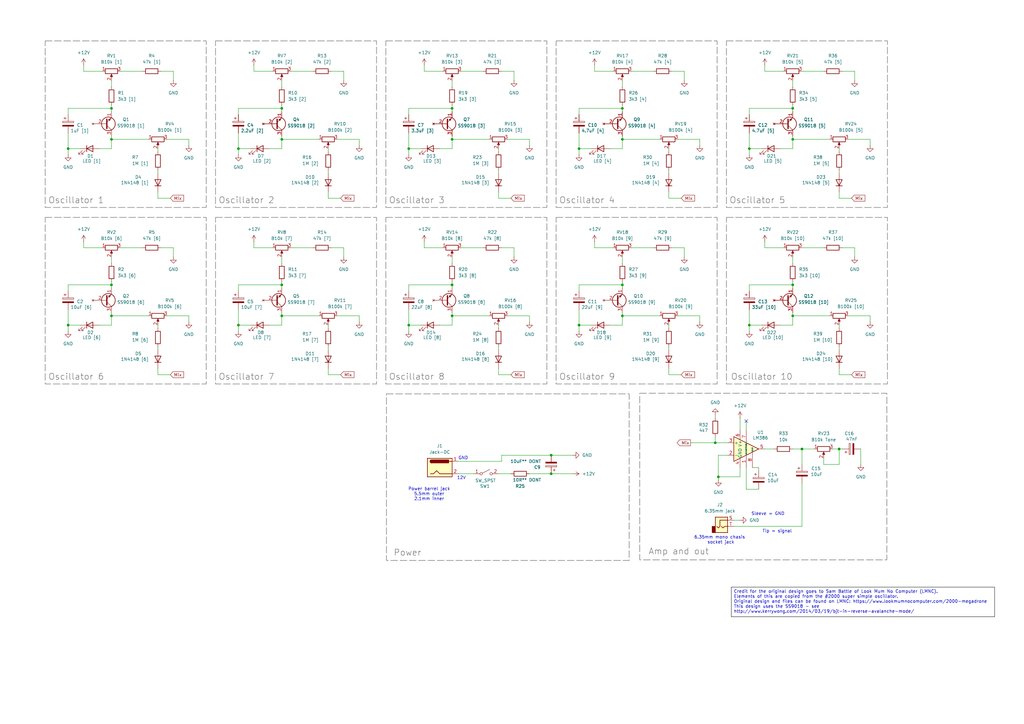
<source format=kicad_sch>
(kicad_sch (version 20231120) (generator "eeschema") (generator_version "8.0")
  (paper "A3")
  (title_block (title "'RAT' (reverse avalanche transistor)") (date "2025-01-16") (rev "1") (company "Dr Cairan Van Rooyen"))
  (junction (at 185.42 116.84))
  (junction (at 115.57 116.84))
  (junction (at 255.27 129.54))
  (junction (at 97.79 60.96))
  (junction (at 115.57 129.54))
  (junction (at 325.12 57.15))
  (junction (at 237.49 60.96))
  (junction (at 255.27 44.45))
  (junction (at 27.94 133.35))
  (junction (at 325.12 116.84))
  (junction (at 115.57 44.45))
  (junction (at 45.72 44.45))
  (junction (at 45.72 129.54))
  (junction (at 27.94 60.96))
  (junction (at 115.57 57.15))
  (junction (at 328.93 184.15))
  (junction (at 185.42 44.45))
  (junction (at 45.72 116.84))
  (junction (at 294.64 195.58))
  (junction (at 185.42 129.54))
  (junction (at 237.49 133.35))
  (junction (at 45.72 57.15))
  (junction (at 307.34 60.96))
  (junction (at 226.06 194.31))
  (junction (at 167.64 60.96))
  (junction (at 255.27 57.15))
  (junction (at 307.34 133.35))
  (junction (at 185.42 57.15))
  (junction (at 325.12 44.45))
  (junction (at 97.79 133.35))
  (junction (at 255.27 116.84))
  (junction (at 344.17 184.15))
  (junction (at 325.12 129.54))
  (junction (at 226.06 186.69))
  (junction (at 293.37 181.61))
  (junction (at 167.64 133.35))
  (no_connect (at 306.07 172.72))
  (wire (pts (xy 255.27 129.54) (xy 270.51 129.54)))
  (wire (pts (xy 328.93 29.21) (xy 337.82 29.21)))
  (wire (pts (xy 294.64 195.58) (xy 294.64 196.85)))
  (wire (pts (xy 274.32 69.85) (xy 274.32 71.12)))
  (wire (pts (xy 45.72 105.41) (xy 45.72 107.95)))
  (wire (pts (xy 274.32 142.24) (xy 274.32 143.51)))
  (wire (pts (xy 350.52 29.21) (xy 350.52 33.02)))
  (wire (pts (xy 185.42 57.15) (xy 200.66 57.15)))
  (wire (pts (xy 312.42 133.35) (xy 307.34 133.35)))
  (wire (pts (xy 325.12 129.54) (xy 340.36 129.54)))
  (wire (pts (xy 347.98 129.54) (xy 356.87 129.54)))
  (wire (pts (xy 255.27 57.15) (xy 255.27 60.96)))
  (wire (pts (xy 77.47 57.15) (xy 77.47 59.69)))
  (wire (pts (xy 45.72 116.84) (xy 45.72 118.11)))
  (wire (pts (xy 27.94 60.96) (xy 27.94 63.5)))
  (wire (pts (xy 208.28 129.54) (xy 217.17 129.54)))
  (wire (pts (xy 119.38 101.6) (xy 128.27 101.6)))
  (wire (pts (xy 237.49 60.96) (xy 237.49 63.5)))
  (wire (pts (xy 274.32 81.28) (xy 279.4 81.28)))
  (wire (pts (xy 204.47 81.28) (xy 209.55 81.28)))
  (wire (pts (xy 189.23 101.6) (xy 198.12 101.6)))
  (wire (pts (xy 138.43 57.15) (xy 147.32 57.15)))
  (wire (pts (xy 242.57 133.35) (xy 237.49 133.35)))
  (wire (pts (xy 97.79 133.35) (xy 97.79 127)))
  (wire (pts (xy 347.98 57.15) (xy 356.87 57.15)))
  (wire (pts (xy 33.02 60.96) (xy 27.94 60.96)))
  (wire (pts (xy 34.29 101.6) (xy 41.91 101.6)))
  (wire (pts (xy 307.34 44.45) (xy 325.12 44.45)))
  (wire (pts (xy 167.64 44.45) (xy 185.42 44.45)))
  (wire (pts (xy 250.19 133.35) (xy 255.27 133.35)))
  (wire (pts (xy 97.79 133.35) (xy 97.79 135.89)))
  (wire (pts (xy 255.27 128.27) (xy 255.27 129.54)))
  (wire (pts (xy 303.53 195.58) (xy 294.64 195.58)))
  (wire (pts (xy 287.02 129.54) (xy 287.02 132.08)))
  (wire (pts (xy 313.69 184.15) (xy 317.5 184.15)))
  (wire (pts (xy 115.57 116.84) (xy 115.57 118.11)))
  (wire (pts (xy 49.53 101.6) (xy 58.42 101.6)))
  (wire (pts (xy 278.13 57.15) (xy 287.02 57.15)))
  (wire (pts (xy 255.27 33.02) (xy 255.27 35.56)))
  (wire (pts (xy 255.27 55.88) (xy 255.27 57.15)))
  (wire (pts (xy 312.42 60.96) (xy 307.34 60.96)))
  (wire (pts (xy 307.34 119.38) (xy 307.34 116.84)))
  (wire (pts (xy 217.17 194.31) (xy 226.06 194.31)))
  (wire (pts (xy 350.52 101.6) (xy 350.52 105.41)))
  (wire (pts (xy 172.72 60.96) (xy 167.64 60.96)))
  (wire (pts (xy 97.79 46.99) (xy 97.79 44.45)))
  (wire (pts (xy 27.94 119.38) (xy 27.94 116.84)))
  (wire (pts (xy 185.42 33.02) (xy 185.42 35.56)))
  (wire (pts (xy 313.69 101.6) (xy 321.31 101.6)))
  (wire (pts (xy 104.14 29.21) (xy 111.76 29.21)))
  (wire (pts (xy 147.32 129.54) (xy 147.32 132.08)))
  (wire (pts (xy 68.58 129.54) (xy 77.47 129.54)))
  (wire (pts (xy 325.12 184.15) (xy 328.93 184.15)))
  (wire (pts (xy 325.12 105.41) (xy 325.12 107.95)))
  (wire (pts (xy 64.77 133.35) (xy 64.77 134.62)))
  (wire (pts (xy 356.87 129.54) (xy 356.87 132.08)))
  (wire (pts (xy 255.27 44.45) (xy 255.27 45.72)))
  (wire (pts (xy 344.17 78.74) (xy 344.17 81.28)))
  (wire (pts (xy 307.34 133.35) (xy 307.34 127)))
  (wire (pts (xy 274.32 133.35) (xy 274.32 134.62)))
  (wire (pts (xy 344.17 153.67) (xy 349.25 153.67)))
  (wire (pts (xy 210.82 29.21) (xy 210.82 33.02)))
  (wire (pts (xy 45.72 57.15) (xy 60.96 57.15)))
  (wire (pts (xy 353.06 184.15) (xy 353.06 190.5)))
  (wire (pts (xy 45.72 129.54) (xy 60.96 129.54)))
  (wire (pts (xy 27.94 133.35) (xy 27.94 127)))
  (wire (pts (xy 237.49 133.35) (xy 237.49 135.89)))
  (wire (pts (xy 134.62 60.96) (xy 134.62 62.23)))
  (wire (pts (xy 68.58 57.15) (xy 77.47 57.15)))
  (wire (pts (xy 140.97 29.21) (xy 140.97 33.02)))
  (wire (pts (xy 294.64 186.69) (xy 294.64 195.58)))
  (wire (pts (xy 115.57 57.15) (xy 130.81 57.15)))
  (wire (pts (xy 306.07 200.66) (xy 311.15 200.66)))
  (wire (pts (xy 307.34 60.96) (xy 307.34 63.5)))
  (wire (pts (xy 45.72 55.88) (xy 45.72 57.15)))
  (wire (pts (xy 344.17 142.24) (xy 344.17 143.51)))
  (wire (pts (xy 283.21 181.61) (xy 293.37 181.61)))
  (wire (pts (xy 204.47 78.74) (xy 204.47 81.28)))
  (wire (pts (xy 115.57 129.54) (xy 130.81 129.54)))
  (wire (pts (xy 242.57 60.96) (xy 237.49 60.96)))
  (wire (pts (xy 307.34 116.84) (xy 325.12 116.84)))
  (wire (pts (xy 71.12 29.21) (xy 71.12 33.02)))
  (wire (pts (xy 255.27 105.41) (xy 255.27 107.95)))
  (wire (pts (xy 255.27 57.15) (xy 270.51 57.15)))
  (wire (pts (xy 337.82 187.96) (xy 337.82 190.5)))
  (wire (pts (xy 328.93 101.6) (xy 337.82 101.6)))
  (wire (pts (xy 102.87 60.96) (xy 97.79 60.96)))
  (wire (pts (xy 66.04 29.21) (xy 71.12 29.21)))
  (wire (pts (xy 205.74 29.21) (xy 210.82 29.21)))
  (wire (pts (xy 307.34 60.96) (xy 307.34 54.61)))
  (wire (pts (xy 40.64 133.35) (xy 45.72 133.35)))
  (wire (pts (xy 204.47 60.96) (xy 204.47 62.23)))
  (wire (pts (xy 185.42 57.15) (xy 185.42 60.96)))
  (wire (pts (xy 119.38 29.21) (xy 128.27 29.21)))
  (wire (pts (xy 205.74 101.6) (xy 210.82 101.6)))
  (wire (pts (xy 325.12 115.57) (xy 325.12 116.84)))
  (wire (pts (xy 237.49 44.45) (xy 255.27 44.45)))
  (wire (pts (xy 303.53 171.45) (xy 303.53 176.53)))
  (wire (pts (xy 344.17 69.85) (xy 344.17 71.12)))
  (wire (pts (xy 341.63 184.15) (xy 344.17 184.15)))
  (wire (pts (xy 115.57 43.18) (xy 115.57 44.45)))
  (wire (pts (xy 217.17 57.15) (xy 217.17 59.69)))
  (wire (pts (xy 110.49 133.35) (xy 115.57 133.35)))
  (wire (pts (xy 167.64 46.99) (xy 167.64 44.45)))
  (wire (pts (xy 356.87 57.15) (xy 356.87 59.69)))
  (wire (pts (xy 255.27 129.54) (xy 255.27 133.35)))
  (wire (pts (xy 187.96 189.23) (xy 205.74 189.23)))
  (wire (pts (xy 313.69 99.06) (xy 313.69 101.6)))
  (wire (pts (xy 167.64 116.84) (xy 185.42 116.84)))
  (wire (pts (xy 259.08 101.6) (xy 267.97 101.6)))
  (wire (pts (xy 45.72 43.18) (xy 45.72 44.45)))
  (wire (pts (xy 34.29 99.06) (xy 34.29 101.6)))
  (wire (pts (xy 185.42 128.27) (xy 185.42 129.54)))
  (wire (pts (xy 49.53 29.21) (xy 58.42 29.21)))
  (wire (pts (xy 64.77 142.24) (xy 64.77 143.51)))
  (wire (pts (xy 185.42 115.57) (xy 185.42 116.84)))
  (wire (pts (xy 115.57 105.41) (xy 115.57 107.95)))
  (wire (pts (xy 134.62 78.74) (xy 134.62 81.28)))
  (wire (pts (xy 134.62 153.67) (xy 139.7 153.67)))
  (wire (pts (xy 115.57 55.88) (xy 115.57 57.15)))
  (wire (pts (xy 64.77 78.74) (xy 64.77 81.28)))
  (wire (pts (xy 173.99 29.21) (xy 181.61 29.21)))
  (wire (pts (xy 204.47 133.35) (xy 204.47 134.62)))
  (wire (pts (xy 328.93 184.15) (xy 328.93 190.5)))
  (wire (pts (xy 274.32 60.96) (xy 274.32 62.23)))
  (wire (pts (xy 97.79 60.96) (xy 97.79 63.5)))
  (wire (pts (xy 328.93 184.15) (xy 334.01 184.15)))
  (wire (pts (xy 97.79 44.45) (xy 115.57 44.45)))
  (wire (pts (xy 237.49 60.96) (xy 237.49 54.61)))
  (wire (pts (xy 313.69 29.21) (xy 321.31 29.21)))
  (wire (pts (xy 287.02 57.15) (xy 287.02 59.69)))
  (wire (pts (xy 115.57 128.27) (xy 115.57 129.54)))
  (wire (pts (xy 167.64 119.38) (xy 167.64 116.84)))
  (wire (pts (xy 33.02 133.35) (xy 27.94 133.35)))
  (wire (pts (xy 45.72 44.45) (xy 45.72 45.72)))
  (wire (pts (xy 115.57 44.45) (xy 115.57 45.72)))
  (wire (pts (xy 307.34 46.99) (xy 307.34 44.45)))
  (wire (pts (xy 307.34 133.35) (xy 307.34 135.89)))
  (wire (pts (xy 167.64 133.35) (xy 167.64 135.89)))
  (wire (pts (xy 306.07 191.77) (xy 306.07 200.66)))
  (wire (pts (xy 167.64 60.96) (xy 167.64 63.5)))
  (wire (pts (xy 294.64 186.69) (xy 298.45 186.69)))
  (wire (pts (xy 255.27 43.18) (xy 255.27 44.45)))
  (wire (pts (xy 27.94 46.99) (xy 27.94 44.45)))
  (wire (pts (xy 115.57 57.15) (xy 115.57 60.96)))
  (wire (pts (xy 45.72 57.15) (xy 45.72 60.96)))
  (wire (pts (xy 313.69 26.67) (xy 313.69 29.21)))
  (wire (pts (xy 135.89 29.21) (xy 140.97 29.21)))
  (wire (pts (xy 344.17 81.28) (xy 349.25 81.28)))
  (wire (pts (xy 308.61 191.77) (xy 311.15 191.77)))
  (wire (pts (xy 205.74 186.69) (xy 226.06 186.69)))
  (wire (pts (xy 217.17 129.54) (xy 217.17 132.08)))
  (wire (pts (xy 226.06 186.69) (xy 234.95 186.69)))
  (wire (pts (xy 185.42 129.54) (xy 185.42 133.35)))
  (wire (pts (xy 325.12 44.45) (xy 325.12 45.72)))
  (wire (pts (xy 64.77 151.13) (xy 64.77 153.67)))
  (wire (pts (xy 64.77 60.96) (xy 64.77 62.23)))
  (wire (pts (xy 27.94 44.45) (xy 45.72 44.45)))
  (wire (pts (xy 243.84 101.6) (xy 251.46 101.6)))
  (wire (pts (xy 328.93 198.12) (xy 328.93 215.9)))
  (wire (pts (xy 204.47 142.24) (xy 204.47 143.51)))
  (wire (pts (xy 172.72 133.35) (xy 167.64 133.35)))
  (wire (pts (xy 104.14 99.06) (xy 104.14 101.6)))
  (wire (pts (xy 303.53 191.77) (xy 303.53 195.58)))
  (wire (pts (xy 325.12 129.54) (xy 325.12 133.35)))
  (wire (pts (xy 64.77 153.67) (xy 69.85 153.67)))
  (wire (pts (xy 115.57 33.02) (xy 115.57 35.56)))
  (wire (pts (xy 320.04 133.35) (xy 325.12 133.35)))
  (wire (pts (xy 345.44 29.21) (xy 350.52 29.21)))
  (wire (pts (xy 110.49 60.96) (xy 115.57 60.96)))
  (wire (pts (xy 134.62 69.85) (xy 134.62 71.12)))
  (wire (pts (xy 280.67 29.21) (xy 280.67 33.02)))
  (wire (pts (xy 237.49 46.99) (xy 237.49 44.45)))
  (wire (pts (xy 27.94 133.35) (xy 27.94 135.89)))
  (wire (pts (xy 293.37 181.61) (xy 298.45 181.61)))
  (wire (pts (xy 325.12 55.88) (xy 325.12 57.15)))
  (wire (pts (xy 102.87 133.35) (xy 97.79 133.35)))
  (wire (pts (xy 40.64 60.96) (xy 45.72 60.96)))
  (wire (pts (xy 255.27 115.57) (xy 255.27 116.84)))
  (wire (pts (xy 45.72 129.54) (xy 45.72 133.35)))
  (wire (pts (xy 344.17 60.96) (xy 344.17 62.23)))
  (wire (pts (xy 243.84 99.06) (xy 243.84 101.6)))
  (wire (pts (xy 97.79 60.96) (xy 97.79 54.61)))
  (wire (pts (xy 293.37 170.18) (xy 293.37 171.45)))
  (wire (pts (xy 187.96 194.31) (xy 194.31 194.31)))
  (wire (pts (xy 185.42 129.54) (xy 200.66 129.54)))
  (wire (pts (xy 345.44 101.6) (xy 350.52 101.6)))
  (wire (pts (xy 104.14 26.67) (xy 104.14 29.21)))
  (wire (pts (xy 134.62 151.13) (xy 134.62 153.67)))
  (wire (pts (xy 185.42 105.41) (xy 185.42 107.95)))
  (wire (pts (xy 274.32 153.67) (xy 279.4 153.67)))
  (wire (pts (xy 167.64 60.96) (xy 167.64 54.61)))
  (wire (pts (xy 104.14 101.6) (xy 111.76 101.6)))
  (wire (pts (xy 134.62 142.24) (xy 134.62 143.51)))
  (wire (pts (xy 71.12 101.6) (xy 71.12 105.41)))
  (wire (pts (xy 115.57 129.54) (xy 115.57 133.35)))
  (wire (pts (xy 300.99 213.36) (xy 303.53 213.36)))
  (wire (pts (xy 167.64 133.35) (xy 167.64 127)))
  (wire (pts (xy 278.13 129.54) (xy 287.02 129.54)))
  (wire (pts (xy 173.99 99.06) (xy 173.99 101.6)))
  (wire (pts (xy 320.04 60.96) (xy 325.12 60.96)))
  (wire (pts (xy 45.72 115.57) (xy 45.72 116.84)))
  (wire (pts (xy 275.59 101.6) (xy 280.67 101.6)))
  (wire (pts (xy 237.49 133.35) (xy 237.49 127)))
  (wire (pts (xy 204.47 69.85) (xy 204.47 71.12)))
  (wire (pts (xy 243.84 29.21) (xy 251.46 29.21)))
  (wire (pts (xy 204.47 194.31) (xy 209.55 194.31)))
  (wire (pts (xy 185.42 44.45) (xy 185.42 45.72)))
  (wire (pts (xy 325.12 57.15) (xy 325.12 60.96)))
  (wire (pts (xy 204.47 151.13) (xy 204.47 153.67)))
  (wire (pts (xy 97.79 116.84) (xy 115.57 116.84)))
  (wire (pts (xy 115.57 115.57) (xy 115.57 116.84)))
  (wire (pts (xy 173.99 101.6) (xy 181.61 101.6)))
  (wire (pts (xy 328.93 215.9) (xy 300.99 215.9)))
  (wire (pts (xy 97.79 119.38) (xy 97.79 116.84)))
  (wire (pts (xy 134.62 81.28) (xy 139.7 81.28)))
  (wire (pts (xy 208.28 57.15) (xy 217.17 57.15)))
  (wire (pts (xy 185.42 43.18) (xy 185.42 44.45)))
  (wire (pts (xy 173.99 26.67) (xy 173.99 29.21)))
  (wire (pts (xy 180.34 133.35) (xy 185.42 133.35)))
  (wire (pts (xy 275.59 29.21) (xy 280.67 29.21)))
  (wire (pts (xy 325.12 57.15) (xy 340.36 57.15)))
  (wire (pts (xy 293.37 179.07) (xy 293.37 181.61)))
  (wire (pts (xy 325.12 33.02) (xy 325.12 35.56)))
  (wire (pts (xy 210.82 101.6) (xy 210.82 105.41)))
  (wire (pts (xy 34.29 26.67) (xy 34.29 29.21)))
  (wire (pts (xy 274.32 78.74) (xy 274.32 81.28)))
  (wire (pts (xy 77.47 129.54) (xy 77.47 132.08)))
  (wire (pts (xy 344.17 151.13) (xy 344.17 153.67)))
  (wire (pts (xy 185.42 55.88) (xy 185.42 57.15)))
  (wire (pts (xy 344.17 184.15) (xy 345.44 184.15)))
  (wire (pts (xy 226.06 194.31) (xy 234.95 194.31)))
  (wire (pts (xy 140.97 101.6) (xy 140.97 105.41)))
  (wire (pts (xy 325.12 128.27) (xy 325.12 129.54)))
  (wire (pts (xy 325.12 116.84) (xy 325.12 118.11)))
  (wire (pts (xy 64.77 69.85) (xy 64.77 71.12)))
  (wire (pts (xy 204.47 153.67) (xy 209.55 153.67)))
  (wire (pts (xy 180.34 60.96) (xy 185.42 60.96)))
  (wire (pts (xy 337.82 190.5) (xy 344.17 190.5)))
  (wire (pts (xy 259.08 29.21) (xy 267.97 29.21)))
  (wire (pts (xy 306.07 172.72) (xy 306.07 176.53)))
  (wire (pts (xy 243.84 26.67) (xy 243.84 29.21)))
  (wire (pts (xy 185.42 116.84) (xy 185.42 118.11)))
  (wire (pts (xy 274.32 151.13) (xy 274.32 153.67)))
  (wire (pts (xy 344.17 190.5) (xy 344.17 184.15)))
  (wire (pts (xy 205.74 189.23) (xy 205.74 186.69)))
  (wire (pts (xy 311.15 191.77) (xy 311.15 193.04)))
  (wire (pts (xy 45.72 128.27) (xy 45.72 129.54)))
  (wire (pts (xy 237.49 119.38) (xy 237.49 116.84)))
  (wire (pts (xy 34.29 29.21) (xy 41.91 29.21)))
  (wire (pts (xy 189.23 29.21) (xy 198.12 29.21)))
  (wire (pts (xy 280.67 101.6) (xy 280.67 105.41)))
  (wire (pts (xy 237.49 116.84) (xy 255.27 116.84)))
  (wire (pts (xy 27.94 116.84) (xy 45.72 116.84)))
  (wire (pts (xy 344.17 133.35) (xy 344.17 134.62)))
  (wire (pts (xy 147.32 57.15) (xy 147.32 59.69)))
  (wire (pts (xy 135.89 101.6) (xy 140.97 101.6)))
  (wire (pts (xy 255.27 116.84) (xy 255.27 118.11)))
  (wire (pts (xy 134.62 133.35) (xy 134.62 134.62)))
  (wire (pts (xy 138.43 129.54) (xy 147.32 129.54)))
  (wire (pts (xy 45.72 33.02) (xy 45.72 35.56)))
  (wire (pts (xy 27.94 60.96) (xy 27.94 54.61)))
  (wire (pts (xy 66.04 101.6) (xy 71.12 101.6)))
  (wire (pts (xy 325.12 43.18) (xy 325.12 44.45)))
  (wire (pts (xy 64.77 81.28) (xy 69.85 81.28)))
  (wire (pts (xy 250.19 60.96) (xy 255.27 60.96)))
  (rectangle (start 297.942 89.154) (end 363.982 157.48) (stroke (width 0.254) (type dash) (color 132 132 132 1)))
  (rectangle (start 228.092 16.764) (end 294.132 85.09) (stroke (width 0.254) (type dash) (color 132 132 132 1)))
  (rectangle (start 262.382 161.29) (end 363.728 229.616) (stroke (width 0.254) (type dash) (color 132 132 132 1)))
  (rectangle (start 297.942 16.764) (end 363.982 85.09) (stroke (width 0.254) (type dash) (color 132 132 132 1)))
  (rectangle (start 88.392 16.764) (end 154.432 85.09) (stroke (width 0.254) (type dash) (color 132 132 132 1)))
  (rectangle (start 228.092 89.154) (end 294.132 157.48) (stroke (width 0.254) (type dash) (color 132 132 132 1)))
  (rectangle (start 18.542 16.764) (end 84.582 85.09) (stroke (width 0.254) (type dash) (color 132 132 132 1)))
  (rectangle (start 88.392 89.154) (end 154.432 157.48) (stroke (width 0.254) (type dash) (color 132 132 132 1)))
  (rectangle (start 158.242 16.764) (end 224.282 85.09) (stroke (width 0.254) (type dash) (color 132 132 132 1)))
  (rectangle (start 18.542 89.154) (end 84.582 157.48) (stroke (width 0.254) (type dash) (color 132 132 132 1)))
  (rectangle (start 158.242 89.154) (end 224.282 157.48) (stroke (width 0.254) (type dash) (color 132 132 132 1)))
  (rectangle (start 158.496 161.544) (end 258.064 229.87) (stroke (width 0.254) (type dash) (color 132 132 132 1)))
  (image (at -187.706 291.084))
  (text_box "Credit for the original design goes to Sam Battle of Look Mum No Computer (LMNC). \nElements of this are copied from the #2000 super simple oscillator. \nOriginal design and files can be found on LMNC: https://www.lookmumnocomputer.com/2000-megadrone\nThis design uses the SS9018 - see http://www.kerrywong.com/2014/03/19/bjt-in-reverse-avalanche-mode/" (at 299.974 240.792 0) (size 107.95 12.192) (stroke (width 0) (color 0 0 0 1)) (effects (font (size 1.27 1.27)) (justify left top)))
  (text_box "Questions:\n\n1. I dont need CV (will add later) - is it OK to simply remove the MOSFET from LMNC design?\n1. How can i turn on/off each of the oscilators? Do i place a SPST switch on the +12V to each one?\n2. How can i control the volume of the whole synth?\n3. Do i need resistor and capacitor after power? LMNC design had a Eurorack power supply and barrel jack. I will not use the Eurorack - is the resistor and capacitor after the supply required?\n4. I am struggling to source a dozen or so SS9018 in UK. Tayda dont supply them, I can only find some Fairchild on Amazon.\n5. General advice on sourcing others from Tayda. I have put a list of my current ideas for the different components, anything i should avoid?\n6. What parts do i use to get from power jack to PCB and PCB to 1/4 jack? Do i simply design holes into the PCB or are there neat parts for doing this?" (at 2.286 309.118 0) (size 133.35 96.266) (stroke (width 0) (color 194 0 0 1)) (fill (type color) (color 194 0 0 0.2)) (effects (font (size 2.54 2.54)) (justify left top)))
  (text_box "Parts:\nSS9018\nFairchild - Amazon\n\nLM386\nNational Semiconductor - Tayda SKU A-994\nhttps://www.taydaelectronics.com/lm386-audio-amplifier-1-channel-mono-class-ab-325mwx1at8-ohm-4v-12v-pdip-8.html\n\n100K OHM Linear Taper Potentiometer Round Shaft PCB 9mm\nAlpha - Tayda SKU A-1848\nhttps://www.taydaelectronics.com/100k-ohm-linear-taper-potentiometer-round-shaft-pcb-9mm.html\n\n10K OHM Linear Taper Potentiometer Round Shaft PCB 9mm\nAlpha - Tayda SKU A-1847\nhttps://www.taydaelectronics.com/10k-ohm-linear-taper-potentiometer-round-shaft-pcb-9mm.html\n\nKN1360 ABS Fluted Black Knob 16x12mm\nTayda - SKU A-2835\nhttps://www.taydaelectronics.com/kn1360-knob-black.html\n\nREAN Neutrik NYS229 6.35mm 1/4\" Mono Chassis Socket / Jack 2 Terminals\nTayda - SKU A-1009\nhttps://www.taydaelectronics.com/neutrik-6-35mm-1-4-mono-chassis-socket-jack.html\n\nDC Power Jack 2.5mm Panel Mount Round DC-099\nTayda - SKU A-5246\nhttps://www.taydaelectronics.com/dc-power-jack-2-5mm-x-5-5-mm-round-type-panel-mount-dc-099.html\n\nToggle Switch SPST On-Off 15A 250V\nTayda - SKU A-4670\nhttps://www.taydaelectronics.com/toggle-switch-spst-on-off-15a-250v.html\n\n5mm Bezel LED Holder Chrome Metal\nTayda - SKU A-660\\\nhttps://www.taydaelectronics.com/5mm-bezel-led-holder-chrome-metal.html\n\nLED 5mm Red Super Bright\nTayda - SKU A-1554\nhttps://www.taydaelectronics.com/led-5mm-red.html\n\nPossible:\n1590DD Style Aluminum Diecast Enclosure\nTayda - SKU A-5141\nhttps://www.taydaelectronics.com/1590dd-style-aluminum-diecast-enclosure.html\n\n\n" (at 145.542 309.118 0) (size 133.35 96.266) (stroke (width 0) (color 0 0 0 1)) (effects (font (size 1.27 1.27)) (justify left top)))
  (text "Oscillator 5" (at 310.642 82.296 0) (effects (font (size 2.54 2.54))))
  (text "Tip = signal" (at 318.77 217.932 0) (effects (font (size 1.27 1.27))))
  (text "Power" (at 167.132 226.822 0) (effects (font (size 2.54 2.54))))
  (text "Oscillator 4" (at 240.792 82.296 0) (effects (font (size 2.54 2.54))))
  (text "Sleeve = GND" (at 314.96 210.82 0) (effects (font (size 1.27 1.27))))
  (text "Oscillator 8" (at 170.942 154.686 0) (effects (font (size 2.54 2.54))))
  (text "Oscillator 7" (at 101.092 154.686 0) (effects (font (size 2.54 2.54))))
  (text "GND" (at 189.992 187.96 0) (effects (font (size 1.27 1.27))))
  (text "Amp and out" (at 278.384 226.314 0) (effects (font (size 2.54 2.54))))
  (text "Oscillator 6" (at 31.242 154.686 0) (effects (font (size 2.54 2.54))))
  (text "Oscillator 9" (at 240.792 154.686 0) (effects (font (size 2.54 2.54))))
  (text "Oscillator 2" (at 101.092 82.296 0) (effects (font (size 2.54 2.54))))
  (text "Oscillator 1" (at 31.242 82.296 0) (effects (font (size 2.54 2.54))))
  (text "12V" (at 189.23 196.088 0) (effects (font (size 1.27 1.27))))
  (text "Todo:\n\n1. Vary capacitors to get different frequency responses\n\nFuture:\n\n1. CV\n2. CV with LFO per bank\n3. Distortion\n4. Delay\n5. Waveform display" (at -205.74 45.72 0) (effects (font (size 3.81 3.81)) (justify left)))
  (text "Oscillator 3" (at 170.942 82.296 0) (effects (font (size 2.54 2.54))))
  (text "Oscillator 10" (at 312.42 154.686 0) (effects (font (size 2.54 2.54))))
  (text "Power barrel jack\n5.5mm outer\n2.1mm inner" (at 176.022 202.692 0) (effects (font (size 1.27 1.27))))
  (text "6.35mm mono chasis \nsocket jack" (at 295.656 221.488 0) (effects (font (size 1.27 1.27))))
  (global_label "Mix" (shape input) (at 279.4 153.67 0) (property "Intersheetrefs" "${INTERSHEET_REFS}" (effects (hide yes))))
  (global_label "Mix" (shape input) (at 209.55 153.67 0) (property "Intersheetrefs" "${INTERSHEET_REFS}" (effects (hide yes))))
  (global_label "Mix" (shape output) (at 283.21 181.61 180) (property "Intersheetrefs" "${INTERSHEET_REFS}" (effects (hide yes))))
  (global_label "Mix" (shape input) (at 69.85 81.28 0) (property "Intersheetrefs" "${INTERSHEET_REFS}" (effects (hide yes))))
  (global_label "Mix" (shape input) (at 349.25 153.67 0) (property "Intersheetrefs" "${INTERSHEET_REFS}" (effects (hide yes))))
  (global_label "Mix" (shape input) (at 349.25 81.28 0) (property "Intersheetrefs" "${INTERSHEET_REFS}" (effects (hide yes))))
  (global_label "Mix" (shape input) (at 139.7 81.28 0) (property "Intersheetrefs" "${INTERSHEET_REFS}" (effects (hide yes))))
  (global_label "Mix" (shape input) (at 69.85 153.67 0) (property "Intersheetrefs" "${INTERSHEET_REFS}" (effects (hide yes))))
  (global_label "Mix" (shape input) (at 139.7 153.67 0) (property "Intersheetrefs" "${INTERSHEET_REFS}" (effects (hide yes))))
  (global_label "Mix" (shape input) (at 209.55 81.28 0) (property "Intersheetrefs" "${INTERSHEET_REFS}" (effects (hide yes))))
  (global_label "Mix" (shape input) (at 279.4 81.28 0) (property "Intersheetrefs" "${INTERSHEET_REFS}" (effects (hide yes))))
  (symbol (lib_id "Device:R") (at 271.78 101.6 270) (unit 1)
    (property "Reference" "R29" (at 271.78 95.25 90))
    (property "Value" "47k [9]" (at 271.78 97.79 90))
    (property "Footprint" "Resistor_THT:R_Axial_DIN0207_L6.3mm_D2.5mm_P10.16mm_Horizontal" (effects (hide yes)))
    (property "Description" "Resistor" (effects (hide yes)))
  )
  (symbol (lib_id "power:+12V") (at 243.84 99.06 0) (unit 1)
    (property "Reference" "#PWR038" (effects (hide yes)))
    (property "Value" "+12V" (at 243.84 93.98 0))
    (property "Description" "Power symbol creates a global label with name \"+12V\"" (effects (hide yes)))
  )
  (symbol (lib_id "Device:R") (at 321.31 184.15 270) (unit 1)
    (property "Reference" "R33" (at 321.31 177.8 90))
    (property "Value" "10k" (at 321.31 180.34 90))
    (property "Footprint" "Resistor_THT:R_Axial_DIN0207_L6.3mm_D2.5mm_P10.16mm_Horizontal" (effects (hide yes)))
    (property "Description" "Resistor" (effects (hide yes)))
  )
  (symbol (lib_id "Transistor_BJT:SS9018") (at 113.03 50.8 0) (unit 1)
    (property "Reference" "Q4" (at 120.142 49.022 0) (effects (justify left)))
    (property "Value" "SS9018 [2]" (at 117.856 51.562 0) (effects (justify left)))
    (property "Footprint" "transistor:SS9018" (effects (hide yes)))
    (property "Datasheet" "https://www.mouser.co.uk/datasheet/2/308/SS9018-1307230.pdf" (effects (hide yes)))
    (property "Description" "General Purpose NPN Transistor, 1.5A Ic, 25V Vce, SOT-23" (effects (hide yes)))
  )
  (symbol (lib_id "Device:R") (at 134.62 66.04 0) (unit 1)
    (property "Reference" "R16" (at 123.952 64.516 0) (effects (justify left)))
    (property "Value" "1M [2]" (at 123.952 67.056 0) (effects (justify left)))
    (property "Footprint" "Resistor_THT:R_Axial_DIN0207_L6.3mm_D2.5mm_P10.16mm_Horizontal" (effects (hide yes)))
    (property "Description" "Resistor" (effects (hide yes)))
  )
  (symbol (lib_id "Device:R") (at 64.77 66.04 0) (unit 1)
    (property "Reference" "R7" (at 54.102 64.516 0) (effects (justify left)))
    (property "Value" "1M [1]" (at 54.102 67.056 0) (effects (justify left)))
    (property "Footprint" "Resistor_THT:R_Axial_DIN0207_L6.3mm_D2.5mm_P10.16mm_Horizontal" (effects (hide yes)))
    (property "Description" "Resistor" (effects (hide yes)))
  )
  (symbol (lib_id "Transistor_BJT:SS9018") (at 182.88 123.19 0) (unit 1)
    (property "Reference" "Q8" (at 189.992 121.412 0) (effects (justify left)))
    (property "Value" "SS9018 [8]" (at 187.706 123.952 0) (effects (justify left)))
    (property "Footprint" "transistor:SS9018" (effects (hide yes)))
    (property "Datasheet" "https://www.mouser.co.uk/datasheet/2/308/SS9018-1307230.pdf" (effects (hide yes)))
    (property "Description" "General Purpose NPN Transistor, 1.5A Ic, 25V Vce, SOT-23" (effects (hide yes)))
  )
  (symbol (lib_id "Device:R_Potentiometer") (at 115.57 101.6 270) (unit 1)
    (property "Reference" "RV8" (at 115.57 95.25 90))
    (property "Value" "B10k [7]" (at 115.57 97.79 90))
    (property "Footprint" "Cairan:Alpha9mmPot" (effects (hide yes)))
    (property "Description" "Potentiometer" (effects (hide yes)))
  )
  (symbol (lib_id "Device:R_Potentiometer") (at 204.47 57.15 270) (unit 1)
    (property "Reference" "RV15" (at 209.296 50.8 90))
    (property "Value" "B100k [3]" (at 209.296 53.34 90))
    (property "Footprint" "Cairan:Alpha9mmPot" (effects (hide yes)))
    (property "Description" "Potentiometer" (effects (hide yes)))
  )
  (symbol (lib_id "Diode:1N4148") (at 344.17 147.32 90) (unit 1)
    (property "Reference" "D24" (at 334.772 145.034 90) (effects (justify right)))
    (property "Value" "1N4148 [10]" (at 328.93 147.32 90) (effects (justify right)))
    (property "Footprint" "Diode_THT:D_DO-35_SOD27_P7.62mm_Horizontal" (effects (hide yes)))
    (property "Datasheet" "https://assets.nexperia.com/documents/data-sheet/1N4148_1N4448.pdf" (effects (hide yes)))
    (property "Description" "100V 0.15A standard switching diode, DO-35" (effects (hide yes)))
    (property "Sim.Device" "D" (effects (hide yes)))
    (property "Sim.Pins" "1=K 2=A" (effects (hide yes)))
  )
  (symbol (lib_id "Device:R") (at 325.12 111.76 0) (unit 1)
    (property "Reference" "R35" (at 327.66 110.4899 0) (effects (justify left)))
    (property "Value" "3k3 [10]" (at 327.66 113.0299 0) (effects (justify left)))
    (property "Footprint" "Resistor_THT:R_Axial_DIN0207_L6.3mm_D2.5mm_P10.16mm_Horizontal" (effects (hide yes)))
    (property "Description" "Resistor" (effects (hide yes)))
  )
  (symbol (lib_id "power:+12V") (at 243.84 26.67 0) (unit 1)
    (property "Reference" "#PWR037" (effects (hide yes)))
    (property "Value" "+12V" (at 243.84 21.59 0))
    (property "Description" "Power symbol creates a global label with name \"+12V\"" (effects (hide yes)))
  )
  (symbol (lib_id "Device:R_Potentiometer") (at 274.32 129.54 270) (unit 1)
    (property "Reference" "RV20" (at 279.146 123.19 90))
    (property "Value" "B100k [9]" (at 279.146 125.73 90))
    (property "Footprint" "Cairan:Alpha9mmPot" (effects (hide yes)))
    (property "Description" "Potentiometer" (effects (hide yes)))
  )
  (symbol (lib_id "Device:LED") (at 176.53 133.35 0) (unit 1)
    (property "Reference" "D14" (at 176.784 136.398 0))
    (property "Value" "LED [8]" (at 177.292 138.43 0))
    (property "Footprint" "LED_THT:LED_D5.0mm" (effects (hide yes)))
    (property "Description" "Light emitting diode" (effects (hide yes)))
  )
  (symbol (lib_id "Device:R") (at 185.42 111.76 0) (unit 1)
    (property "Reference" "R20" (at 187.96 110.4899 0) (effects (justify left)))
    (property "Value" "3k3 [8]" (at 187.96 113.0299 0) (effects (justify left)))
    (property "Footprint" "Resistor_THT:R_Axial_DIN0207_L6.3mm_D2.5mm_P10.16mm_Horizontal" (effects (hide yes)))
    (property "Description" "Resistor" (effects (hide yes)))
  )
  (symbol (lib_id "Device:LED") (at 246.38 60.96 0) (unit 1)
    (property "Reference" "D17" (at 246.634 64.008 0))
    (property "Value" "LED [4]" (at 247.142 66.04 0))
    (property "Footprint" "LED_THT:LED_D5.0mm" (effects (hide yes)))
    (property "Description" "Light emitting diode" (effects (hide yes)))
  )
  (symbol (lib_id "Switch:SW_SPST") (at 199.39 194.31 0) (unit 1)
    (property "Reference" "SW1" (at 198.882 199.39 0))
    (property "Value" "SW_SPST" (at 199.136 197.104 0))
    (property "Description" "Single Pole Single Throw (SPST) switch" (effects (hide yes)))
  )
  (symbol (lib_id "power:GND") (at 167.64 63.5 0) (unit 1)
    (property "Reference" "#PWR025" (effects (hide yes)))
    (property "Value" "GND" (at 167.64 68.58 0))
    (property "Description" "Power symbol creates a global label with name \"GND\" , ground" (effects (hide yes)))
  )
  (symbol (lib_id "Device:LED") (at 246.38 133.35 0) (unit 1)
    (property "Reference" "D18" (at 246.634 136.398 0))
    (property "Value" "LED [9]" (at 247.142 138.43 0))
    (property "Footprint" "LED_THT:LED_D5.0mm" (effects (hide yes)))
    (property "Description" "Light emitting diode" (effects (hide yes)))
  )
  (symbol (lib_id "power:GND") (at 293.37 170.18 180) (unit 1)
    (property "Reference" "#PWR043" (effects (hide yes)))
    (property "Value" "GND" (at 293.37 165.1 0))
    (property "Description" "Power symbol creates a global label with name \"GND\" , ground" (effects (hide yes)))
  )
  (symbol (lib_id "power:GND") (at 234.95 186.69 90) (unit 1)
    (property "Reference" "#PWR033" (effects (hide yes)))
    (property "Value" "GND" (at 238.76 186.6899 90) (effects (justify right)))
    (property "Description" "Power symbol creates a global label with name \"GND\" , ground" (effects (hide yes)))
  )
  (symbol (lib_id "Device:R") (at 274.32 138.43 0) (unit 1)
    (property "Reference" "R31" (at 263.652 136.906 0) (effects (justify left)))
    (property "Value" "1M [9]" (at 263.652 139.446 0) (effects (justify left)))
    (property "Footprint" "Resistor_THT:R_Axial_DIN0207_L6.3mm_D2.5mm_P10.16mm_Horizontal" (effects (hide yes)))
    (property "Description" "Resistor" (effects (hide yes)))
  )
  (symbol (lib_id "Device:R") (at 62.23 101.6 270) (unit 1)
    (property "Reference" "R5" (at 62.23 95.25 90))
    (property "Value" "47k [6]" (at 62.23 97.79 90))
    (property "Footprint" "Resistor_THT:R_Axial_DIN0207_L6.3mm_D2.5mm_P10.16mm_Horizontal" (effects (hide yes)))
    (property "Description" "Resistor" (effects (hide yes)))
  )
  (symbol (lib_id "Diode:1N4148") (at 64.77 74.93 90) (unit 1)
    (property "Reference" "D4" (at 55.372 72.644 90) (effects (justify right)))
    (property "Value" "1N4148 [1]" (at 49.53 74.93 90) (effects (justify right)))
    (property "Footprint" "Diode_THT:D_DO-35_SOD27_P7.62mm_Horizontal" (effects (hide yes)))
    (property "Datasheet" "https://assets.nexperia.com/documents/data-sheet/1N4148_1N4448.pdf" (effects (hide yes)))
    (property "Description" "100V 0.15A standard switching diode, DO-35" (effects (hide yes)))
    (property "Sim.Device" "D" (effects (hide yes)))
    (property "Sim.Pins" "1=K 2=A" (effects (hide yes)))
  )
  (symbol (lib_id "Connector_Audio:NJ2FD-V") (at 295.91 215.9 0) (unit 1)
    (property "Reference" "J2" (at 295.275 207.01 0))
    (property "Value" "6.35mm jack" (at 295.275 209.55 0))
    (property "Datasheet" "https://www.neutrik.com/en/product/nj2fd-v" (effects (hide yes)))
    (property "Description" "6.35mm (1/4 in) Vertical Jack, Non-switching mono jack (T/S)" (effects (hide yes)))
  )
  (symbol (lib_id "Device:C_Polarized") (at 167.64 123.19 0) (unit 1)
    (property "Reference" "C8" (at 171.196 123.698 0) (effects (justify left)))
    (property "Value" "22uF [8]" (at 168.656 125.984 0) (effects (justify left)))
    (property "Footprint" "Capacitor_THT:C_Radial_D5.0mm_H11.0mm_P2.00mm" (effects (hide yes)))
    (property "Description" "Polarized capacitor" (effects (hide yes)))
  )
  (symbol (lib_id "Device:R") (at 201.93 29.21 270) (unit 1)
    (property "Reference" "R21" (at 201.93 22.86 90))
    (property "Value" "47k [3]" (at 201.93 25.4 90))
    (property "Footprint" "Resistor_THT:R_Axial_DIN0207_L6.3mm_D2.5mm_P10.16mm_Horizontal" (effects (hide yes)))
    (property "Description" "Resistor" (effects (hide yes)))
  )
  (symbol (lib_id "Device:C_Polarized") (at 226.06 190.5 180) (unit 1)
    (property "Reference" "C9" (at 221.742 191.6431 0) (effects (justify left)))
    (property "Value" "10uF** DONT" (at 221.996 189.23 0) (effects (justify left)))
    (property "Footprint" "Capacitor_THT:C_Radial_D5.0mm_H11.0mm_P2.00mm" (effects (hide yes)))
    (property "Description" "Polarized capacitor" (effects (hide yes)))
  )
  (symbol (lib_id "power:GND") (at 356.87 132.08 0) (unit 1)
    (property "Reference" "#PWR055" (effects (hide yes)))
    (property "Value" "GND" (at 356.87 137.16 0))
    (property "Description" "Power symbol creates a global label with name \"GND\" , ground" (effects (hide yes)))
  )
  (symbol (lib_id "Device:R_Potentiometer") (at 204.47 129.54 270) (unit 1)
    (property "Reference" "RV16" (at 209.296 123.19 90))
    (property "Value" "B100k [8]" (at 209.296 125.73 90))
    (property "Footprint" "Cairan:Alpha9mmPot" (effects (hide yes)))
    (property "Description" "Potentiometer" (effects (hide yes)))
  )
  (symbol (lib_id "Device:R") (at 213.36 194.31 270) (unit 1)
    (property "Reference" "R25" (at 213.36 199.39 90))
    (property "Value" "10R** DONT" (at 216.154 196.85 90))
    (property "Footprint" "Resistor_THT:R_Axial_DIN0207_L6.3mm_D2.5mm_P10.16mm_Horizontal" (effects (hide yes)))
    (property "Description" "Resistor" (effects (hide yes)))
  )
  (symbol (lib_id "Device:LED") (at 316.23 133.35 0) (unit 1)
    (property "Reference" "D22" (at 316.484 136.398 0))
    (property "Value" "LED [10]" (at 316.992 138.43 0))
    (property "Footprint" "LED_THT:LED_D5.0mm" (effects (hide yes)))
    (property "Description" "Light emitting diode" (effects (hide yes)))
  )
  (symbol (lib_id "Device:R_Potentiometer") (at 325.12 101.6 270) (unit 1)
    (property "Reference" "RV22" (at 325.12 95.25 90))
    (property "Value" "B10k [10]" (at 325.12 97.79 90))
    (property "Footprint" "Cairan:Alpha9mmPot" (effects (hide yes)))
    (property "Description" "Potentiometer" (effects (hide yes)))
  )
  (symbol (lib_id "Device:C_Polarized") (at 237.49 123.19 0) (unit 1)
    (property "Reference" "C11" (at 241.046 123.698 0) (effects (justify left)))
    (property "Value" "22uF [9]" (at 238.506 125.984 0) (effects (justify left)))
    (property "Footprint" "Capacitor_THT:C_Radial_D5.0mm_H11.0mm_P2.00mm" (effects (hide yes)))
    (property "Description" "Polarized capacitor" (effects (hide yes)))
  )
  (symbol (lib_id "Device:R") (at 115.57 39.37 0) (unit 1)
    (property "Reference" "R10" (at 118.11 38.0999 0) (effects (justify left)))
    (property "Value" "3k3 [2]" (at 118.11 40.6399 0) (effects (justify left)))
    (property "Footprint" "Resistor_THT:R_Axial_DIN0207_L6.3mm_D2.5mm_P10.16mm_Horizontal" (effects (hide yes)))
    (property "Description" "Resistor" (effects (hide yes)))
  )
  (symbol (lib_id "power:GND") (at 147.32 132.08 0) (unit 1)
    (property "Reference" "#PWR023" (effects (hide yes)))
    (property "Value" "GND" (at 147.32 137.16 0))
    (property "Description" "Power symbol creates a global label with name \"GND\" , ground" (effects (hide yes)))
  )
  (symbol (lib_id "power:GND") (at 353.06 190.5 0) (unit 1)
    (property "Reference" "#PWR053" (effects (hide yes)))
    (property "Value" "GND" (at 353.06 195.58 0))
    (property "Description" "Power symbol creates a global label with name \"GND\" , ground" (effects (hide yes)))
  )
  (symbol (lib_id "Diode:1N4148") (at 274.32 147.32 90) (unit 1)
    (property "Reference" "D20" (at 264.922 145.034 90) (effects (justify right)))
    (property "Value" "1N4148 [9]" (at 259.08 147.32 90) (effects (justify right)))
    (property "Footprint" "Diode_THT:D_DO-35_SOD27_P7.62mm_Horizontal" (effects (hide yes)))
    (property "Datasheet" "https://assets.nexperia.com/documents/data-sheet/1N4148_1N4448.pdf" (effects (hide yes)))
    (property "Description" "100V 0.15A standard switching diode, DO-35" (effects (hide yes)))
    (property "Sim.Device" "D" (effects (hide yes)))
    (property "Sim.Pins" "1=K 2=A" (effects (hide yes)))
  )
  (symbol (lib_id "Device:R_Potentiometer") (at 255.27 101.6 270) (unit 1)
    (property "Reference" "RV18" (at 255.27 95.25 90))
    (property "Value" "B10k [9]" (at 255.27 97.79 90))
    (property "Footprint" "Cairan:Alpha9mmPot" (effects (hide yes)))
    (property "Description" "Potentiometer" (effects (hide yes)))
  )
  (symbol (lib_id "Device:R_Potentiometer") (at 64.77 129.54 270) (unit 1)
    (property "Reference" "RV5" (at 69.596 123.19 90))
    (property "Value" "B100k [6]" (at 69.596 125.73 90))
    (property "Footprint" "Cairan:Alpha9mmPot" (effects (hide yes)))
    (property "Description" "Potentiometer" (effects (hide yes)))
  )
  (symbol (lib_id "Device:LED") (at 106.68 133.35 0) (unit 1)
    (property "Reference" "D8" (at 106.934 136.398 0))
    (property "Value" "LED [7]" (at 107.442 138.43 0))
    (property "Footprint" "LED_THT:LED_D5.0mm" (effects (hide yes)))
    (property "Description" "Light emitting diode" (effects (hide yes)))
  )
  (symbol (lib_id "Device:R") (at 115.57 111.76 0) (unit 1)
    (property "Reference" "R11" (at 118.11 110.4899 0) (effects (justify left)))
    (property "Value" "3k3 [7]" (at 118.11 113.0299 0) (effects (justify left)))
    (property "Footprint" "Resistor_THT:R_Axial_DIN0207_L6.3mm_D2.5mm_P10.16mm_Horizontal" (effects (hide yes)))
    (property "Description" "Resistor" (effects (hide yes)))
  )
  (symbol (lib_id "power:GND") (at 237.49 135.89 0) (unit 1)
    (property "Reference" "#PWR036" (effects (hide yes)))
    (property "Value" "GND" (at 237.49 140.97 0))
    (property "Description" "Power symbol creates a global label with name \"GND\" , ground" (effects (hide yes)))
  )
  (symbol (lib_id "power:GND") (at 280.67 33.02 0) (unit 1)
    (property "Reference" "#PWR039" (effects (hide yes)))
    (property "Value" "GND" (at 280.67 38.1 0))
    (property "Description" "Power symbol creates a global label with name \"GND\" , ground" (effects (hide yes)))
  )
  (symbol (lib_id "Device:C_Polarized") (at 167.64 50.8 0) (unit 1)
    (property "Reference" "C7" (at 171.196 51.308 0) (effects (justify left)))
    (property "Value" "3.3uF [3]" (at 168.656 53.594 0) (effects (justify left)))
    (property "Footprint" "Capacitor_THT:C_Radial_D5.0mm_H11.0mm_P2.00mm" (effects (hide yes)))
    (property "Description" "Polarized capacitor" (effects (hide yes)))
  )
  (symbol (lib_id "Transistor_BJT:SS9018") (at 252.73 123.19 0) (unit 1)
    (property "Reference" "Q10" (at 259.842 121.412 0) (effects (justify left)))
    (property "Value" "SS9018 [9]" (at 257.556 123.952 0) (effects (justify left)))
    (property "Footprint" "transistor:SS9018" (effects (hide yes)))
    (property "Datasheet" "https://www.mouser.co.uk/datasheet/2/308/SS9018-1307230.pdf" (effects (hide yes)))
    (property "Description" "General Purpose NPN Transistor, 1.5A Ic, 25V Vce, SOT-23" (effects (hide yes)))
  )
  (symbol (lib_id "Device:C_Polarized") (at 27.94 123.19 0) (unit 1)
    (property "Reference" "C2" (at 31.496 123.698 0) (effects (justify left)))
    (property "Value" "10uF [6]" (at 28.956 125.984 0) (effects (justify left)))
    (property "Footprint" "Capacitor_THT:C_Radial_D5.0mm_H11.0mm_P2.00mm" (effects (hide yes)))
    (property "Description" "Polarized capacitor" (effects (hide yes)))
  )
  (symbol (lib_id "Device:R") (at 134.62 138.43 0) (unit 1)
    (property "Reference" "R17" (at 123.952 136.906 0) (effects (justify left)))
    (property "Value" "1M [7]" (at 123.952 139.446 0) (effects (justify left)))
    (property "Footprint" "Resistor_THT:R_Axial_DIN0207_L6.3mm_D2.5mm_P10.16mm_Horizontal" (effects (hide yes)))
    (property "Description" "Resistor" (effects (hide yes)))
  )
  (symbol (lib_id "Device:R_Potentiometer") (at 185.42 29.21 270) (unit 1)
    (property "Reference" "RV13" (at 185.42 22.86 90))
    (property "Value" "B10k [3]" (at 185.42 25.4 90))
    (property "Footprint" "Cairan:Alpha9mmPot" (effects (hide yes)))
    (property "Description" "Potentiometer" (effects (hide yes)))
  )
  (symbol (lib_id "Device:R") (at 64.77 138.43 0) (unit 1)
    (property "Reference" "R8" (at 54.102 136.906 0) (effects (justify left)))
    (property "Value" "1M [6]" (at 54.102 139.446 0) (effects (justify left)))
    (property "Footprint" "Resistor_THT:R_Axial_DIN0207_L6.3mm_D2.5mm_P10.16mm_Horizontal" (effects (hide yes)))
    (property "Description" "Resistor" (effects (hide yes)))
  )
  (symbol (lib_id "power:GND") (at 71.12 33.02 0) (unit 1)
    (property "Reference" "#PWR07" (effects (hide yes)))
    (property "Value" "GND" (at 71.12 38.1 0))
    (property "Description" "Power symbol creates a global label with name \"GND\" , ground" (effects (hide yes)))
  )
  (symbol (lib_id "power:GND") (at 237.49 63.5 0) (unit 1)
    (property "Reference" "#PWR035" (effects (hide yes)))
    (property "Value" "GND" (at 237.49 68.58 0))
    (property "Description" "Power symbol creates a global label with name \"GND\" , ground" (effects (hide yes)))
  )
  (symbol (lib_id "Transistor_BJT:SS9018") (at 322.58 50.8 0) (unit 1)
    (property "Reference" "Q11" (at 329.692 49.022 0) (effects (justify left)))
    (property "Value" "SS9018 [5]" (at 327.406 51.562 0) (effects (justify left)))
    (property "Footprint" "transistor:SS9018" (effects (hide yes)))
    (property "Datasheet" "https://www.mouser.co.uk/datasheet/2/308/SS9018-1307230.pdf" (effects (hide yes)))
    (property "Description" "General Purpose NPN Transistor, 1.5A Ic, 25V Vce, SOT-23" (effects (hide yes)))
  )
  (symbol (lib_id "Diode:1N4148") (at 204.47 74.93 90) (unit 1)
    (property "Reference" "D15" (at 195.072 72.644 90) (effects (justify right)))
    (property "Value" "1N4148 [3]" (at 189.23 74.93 90) (effects (justify right)))
    (property "Footprint" "Diode_THT:D_DO-35_SOD27_P7.62mm_Horizontal" (effects (hide yes)))
    (property "Datasheet" "https://assets.nexperia.com/documents/data-sheet/1N4148_1N4448.pdf" (effects (hide yes)))
    (property "Description" "100V 0.15A standard switching diode, DO-35" (effects (hide yes)))
    (property "Sim.Device" "D" (effects (hide yes)))
    (property "Sim.Pins" "1=K 2=A" (effects (hide yes)))
  )
  (symbol (lib_id "power:GND") (at 167.64 135.89 0) (unit 1)
    (property "Reference" "#PWR026" (effects (hide yes)))
    (property "Value" "GND" (at 167.64 140.97 0))
    (property "Description" "Power symbol creates a global label with name \"GND\" , ground" (effects (hide yes)))
  )
  (symbol (lib_id "Device:R") (at 132.08 29.21 270) (unit 1)
    (property "Reference" "R13" (at 132.08 22.86 90))
    (property "Value" "47k [2]" (at 132.08 25.4 90))
    (property "Footprint" "Resistor_THT:R_Axial_DIN0207_L6.3mm_D2.5mm_P10.16mm_Horizontal" (effects (hide yes)))
    (property "Description" "Resistor" (effects (hide yes)))
  )
  (symbol (lib_id "Device:C_Polarized") (at 349.25 184.15 90) (unit 1)
    (property "Reference" "C16" (at 350.266 177.8 90) (effects (justify left)))
    (property "Value" "47nF" (at 351.79 180.086 90) (effects (justify left)))
    (property "Footprint" "Capacitor_THT:C_Disc_D3.8mm_W2.6mm_P2.50mm" (effects (hide yes)))
    (property "Description" "Polarized capacitor" (effects (hide yes)))
  )
  (symbol (lib_id "power:GND") (at 307.34 135.89 0) (unit 1)
    (property "Reference" "#PWR048" (effects (hide yes)))
    (property "Value" "GND" (at 307.34 140.97 0))
    (property "Description" "Power symbol creates a global label with name \"GND\" , ground" (effects (hide yes)))
  )
  (symbol (lib_id "Device:R") (at 344.17 138.43 0) (unit 1)
    (property "Reference" "R39" (at 333.502 136.906 0) (effects (justify left)))
    (property "Value" "1M [10]" (at 333.502 139.446 0) (effects (justify left)))
    (property "Footprint" "Resistor_THT:R_Axial_DIN0207_L6.3mm_D2.5mm_P10.16mm_Horizontal" (effects (hide yes)))
    (property "Description" "Resistor" (effects (hide yes)))
  )
  (symbol (lib_id "Device:R_Potentiometer") (at 134.62 57.15 270) (unit 1)
    (property "Reference" "RV10" (at 139.446 50.8 90))
    (property "Value" "B100k [2]" (at 139.446 53.34 90))
    (property "Footprint" "Cairan:Alpha9mmPot" (effects (hide yes)))
    (property "Description" "Potentiometer" (effects (hide yes)))
  )
  (symbol (lib_id "Transistor_BJT:SS9018") (at 43.18 123.19 0) (unit 1)
    (property "Reference" "Q2" (at 50.292 121.412 0) (effects (justify left)))
    (property "Value" "SS9018 [6]" (at 48.006 123.952 0) (effects (justify left)))
    (property "Footprint" "transistor:SS9018" (effects (hide yes)))
    (property "Datasheet" "https://www.mouser.co.uk/datasheet/2/308/SS9018-1307230.pdf" (effects (hide yes)))
    (property "Description" "General Purpose NPN Transistor, 1.5A Ic, 25V Vce, SOT-23" (effects (hide yes)))
  )
  (symbol (lib_id "Transistor_BJT:SS9018") (at 182.88 50.8 0) (unit 1)
    (property "Reference" "Q7" (at 189.992 49.022 0) (effects (justify left)))
    (property "Value" "SS9018 [3]" (at 187.706 51.562 0) (effects (justify left)))
    (property "Footprint" "transistor:SS9018" (effects (hide yes)))
    (property "Datasheet" "https://www.mouser.co.uk/datasheet/2/308/SS9018-1307230.pdf" (effects (hide yes)))
    (property "Description" "General Purpose NPN Transistor, 1.5A Ic, 25V Vce, SOT-23" (effects (hide yes)))
  )
  (symbol (lib_id "power:+12V") (at 313.69 99.06 0) (unit 1)
    (property "Reference" "#PWR050" (effects (hide yes)))
    (property "Value" "+12V" (at 313.69 93.98 0))
    (property "Description" "Power symbol creates a global label with name \"+12V\"" (effects (hide yes)))
  )
  (symbol (lib_id "power:GND") (at 287.02 59.69 0) (unit 1)
    (property "Reference" "#PWR041" (effects (hide yes)))
    (property "Value" "GND" (at 287.02 64.77 0))
    (property "Description" "Power symbol creates a global label with name \"GND\" , ground" (effects (hide yes)))
  )
  (symbol (lib_id "power:GND") (at 350.52 33.02 0) (unit 1)
    (property "Reference" "#PWR051" (effects (hide yes)))
    (property "Value" "GND" (at 350.52 38.1 0))
    (property "Description" "Power symbol creates a global label with name \"GND\" , ground" (effects (hide yes)))
  )
  (symbol (lib_id "Device:R") (at 271.78 29.21 270) (unit 1)
    (property "Reference" "R28" (at 271.78 22.86 90))
    (property "Value" "47k [4]" (at 271.78 25.4 90))
    (property "Footprint" "Resistor_THT:R_Axial_DIN0207_L6.3mm_D2.5mm_P10.16mm_Horizontal" (effects (hide yes)))
    (property "Description" "Resistor" (effects (hide yes)))
  )
  (symbol (lib_id "Device:R") (at 293.37 175.26 0) (unit 1)
    (property "Reference" "R32" (at 288.544 174.244 0))
    (property "Value" "4k7" (at 288.544 176.53 0))
    (property "Footprint" "Resistor_THT:R_Axial_DIN0207_L6.3mm_D2.5mm_P10.16mm_Horizontal" (effects (hide yes)))
    (property "Description" "Resistor" (effects (hide yes)))
  )
  (symbol (lib_id "power:GND") (at 71.12 105.41 0) (unit 1)
    (property "Reference" "#PWR08" (effects (hide yes)))
    (property "Value" "GND" (at 71.12 110.49 0))
    (property "Description" "Power symbol creates a global label with name \"GND\" , ground" (effects (hide yes)))
  )
  (symbol (lib_id "Device:R") (at 341.63 29.21 270) (unit 1)
    (property "Reference" "R36" (at 341.63 22.86 90))
    (property "Value" "47k [5]" (at 341.63 25.4 90))
    (property "Footprint" "Resistor_THT:R_Axial_DIN0207_L6.3mm_D2.5mm_P10.16mm_Horizontal" (effects (hide yes)))
    (property "Description" "Resistor" (effects (hide yes)))
  )
  (symbol (lib_id "power:GND") (at 27.94 63.5 0) (unit 1)
    (property "Reference" "#PWR01" (effects (hide yes)))
    (property "Value" "GND" (at 27.94 68.58 0))
    (property "Description" "Power symbol creates a global label with name \"GND\" , ground" (effects (hide yes)))
  )
  (symbol (lib_id "Device:LED") (at 36.83 133.35 0) (unit 1)
    (property "Reference" "D2" (at 37.084 136.398 0))
    (property "Value" "LED [6]" (at 37.592 138.43 0))
    (property "Footprint" "LED_THT:LED_D5.0mm" (effects (hide yes)))
    (property "Description" "Light emitting diode" (effects (hide yes)))
  )
  (symbol (lib_id "Device:R") (at 185.42 39.37 0) (unit 1)
    (property "Reference" "R19" (at 187.96 38.0999 0) (effects (justify left)))
    (property "Value" "3k3 [3]" (at 187.96 40.6399 0) (effects (justify left)))
    (property "Footprint" "Resistor_THT:R_Axial_DIN0207_L6.3mm_D2.5mm_P10.16mm_Horizontal" (effects (hide yes)))
    (property "Description" "Resistor" (effects (hide yes)))
  )
  (symbol (lib_id "Device:C_Polarized") (at 97.79 123.19 0) (unit 1)
    (property "Reference" "C5" (at 101.346 123.698 0) (effects (justify left)))
    (property "Value" "10uF [7]" (at 98.806 125.984 0) (effects (justify left)))
    (property "Footprint" "Capacitor_THT:C_Radial_D5.0mm_H11.0mm_P2.00mm" (effects (hide yes)))
    (property "Description" "Polarized capacitor" (effects (hide yes)))
  )
  (symbol (lib_id "Device:R") (at 45.72 39.37 0) (unit 1)
    (property "Reference" "R1" (at 48.26 38.0999 0) (effects (justify left)))
    (property "Value" "3k3 [1]" (at 48.26 40.6399 0) (effects (justify left)))
    (property "Footprint" "Resistor_THT:R_Axial_DIN0207_L6.3mm_D2.5mm_P10.16mm_Horizontal" (effects (hide yes)))
    (property "Description" "Resistor" (effects (hide yes)))
  )
  (symbol (lib_id "Diode:1N4148") (at 344.17 74.93 90) (unit 1)
    (property "Reference" "D23" (at 334.772 72.644 90) (effects (justify right)))
    (property "Value" "1N4148 [5]" (at 328.93 74.93 90) (effects (justify right)))
    (property "Footprint" "Diode_THT:D_DO-35_SOD27_P7.62mm_Horizontal" (effects (hide yes)))
    (property "Datasheet" "https://assets.nexperia.com/documents/data-sheet/1N4148_1N4448.pdf" (effects (hide yes)))
    (property "Description" "100V 0.15A standard switching diode, DO-35" (effects (hide yes)))
    (property "Sim.Device" "D" (effects (hide yes)))
    (property "Sim.Pins" "1=K 2=A" (effects (hide yes)))
  )
  (symbol (lib_id "Device:R") (at 132.08 101.6 270) (unit 1)
    (property "Reference" "R14" (at 132.08 95.25 90))
    (property "Value" "47k [7]" (at 132.08 97.79 90))
    (property "Footprint" "Resistor_THT:R_Axial_DIN0207_L6.3mm_D2.5mm_P10.16mm_Horizontal" (effects (hide yes)))
    (property "Description" "Resistor" (effects (hide yes)))
  )
  (symbol (lib_id "Device:C_Polarized") (at 311.15 196.85 0) (unit 1)
    (property "Reference" "C14" (at 314.96 194.6909 0) (effects (justify left)))
    (property "Value" "10uF" (at 314.706 197.104 0) (effects (justify left)))
    (property "Footprint" "Capacitor_THT:C_Radial_D5.0mm_H11.0mm_P2.00mm" (effects (hide yes)))
    (property "Description" "Polarized capacitor" (effects (hide yes)))
  )
  (symbol (lib_id "Device:R") (at 274.32 66.04 0) (unit 1)
    (property "Reference" "R30" (at 263.652 64.516 0) (effects (justify left)))
    (property "Value" "1M [4]" (at 263.652 67.056 0) (effects (justify left)))
    (property "Footprint" "Resistor_THT:R_Axial_DIN0207_L6.3mm_D2.5mm_P10.16mm_Horizontal" (effects (hide yes)))
    (property "Description" "Resistor" (effects (hide yes)))
  )
  (symbol (lib_id "Device:R") (at 255.27 39.37 0) (unit 1)
    (property "Reference" "R26" (at 257.81 38.0999 0) (effects (justify left)))
    (property "Value" "3k3 [4]" (at 257.81 40.6399 0) (effects (justify left)))
    (property "Footprint" "Resistor_THT:R_Axial_DIN0207_L6.3mm_D2.5mm_P10.16mm_Horizontal" (effects (hide yes)))
    (property "Description" "Resistor" (effects (hide yes)))
  )
  (symbol (lib_id "Device:R") (at 62.23 29.21 270) (unit 1)
    (property "Reference" "R4" (at 62.23 22.86 90))
    (property "Value" "47k [1]" (at 62.23 25.4 90))
    (property "Footprint" "Resistor_THT:R_Axial_DIN0207_L6.3mm_D2.5mm_P10.16mm_Horizontal" (effects (hide yes)))
    (property "Description" "Resistor" (effects (hide yes)))
  )
  (symbol (lib_id "Diode:1N4148") (at 134.62 147.32 90) (unit 1)
    (property "Reference" "D11" (at 125.222 145.034 90) (effects (justify right)))
    (property "Value" "1N4148 [7]" (at 119.38 147.32 90) (effects (justify right)))
    (property "Footprint" "Diode_THT:D_DO-35_SOD27_P7.62mm_Horizontal" (effects (hide yes)))
    (property "Datasheet" "https://assets.nexperia.com/documents/data-sheet/1N4148_1N4448.pdf" (effects (hide yes)))
    (property "Description" "100V 0.15A standard switching diode, DO-35" (effects (hide yes)))
    (property "Sim.Device" "D" (effects (hide yes)))
    (property "Sim.Pins" "1=K 2=A" (effects (hide yes)))
  )
  (symbol (lib_id "power:+12V") (at 173.99 99.06 0) (unit 1)
    (property "Reference" "#PWR028" (effects (hide yes)))
    (property "Value" "+12V" (at 173.99 93.98 0))
    (property "Description" "Power symbol creates a global label with name \"+12V\"" (effects (hide yes)))
  )
  (symbol (lib_id "power:+12V") (at 34.29 99.06 0) (unit 1)
    (property "Reference" "#PWR05" (effects (hide yes)))
    (property "Value" "+12V" (at 34.29 93.98 0))
    (property "Description" "Power symbol creates a global label with name \"+12V\"" (effects (hide yes)))
  )
  (symbol (lib_id "Amplifier_Audio:LM386") (at 306.07 184.15 0) (unit 1)
    (property "Reference" "U1" (at 311.912 177.292 0))
    (property "Value" "LM386" (at 311.912 179.578 0))
    (property "Footprint" "Cairan:LM386" (effects (hide yes)))
    (property "Datasheet" "http://www.ti.com/lit/ds/symlink/lm386.pdf" (effects (hide yes)))
    (property "Description" "Low Voltage Audio Power Amplifier, DIP-8/SOIC-8/SSOP-8" (effects (hide yes)))
  )
  (symbol (lib_id "Diode:1N4148") (at 274.32 74.93 90) (unit 1)
    (property "Reference" "D19" (at 264.922 72.644 90) (effects (justify right)))
    (property "Value" "1N4148 [4]" (at 259.08 74.93 90) (effects (justify right)))
    (property "Footprint" "Diode_THT:D_DO-35_SOD27_P7.62mm_Horizontal" (effects (hide yes)))
    (property "Datasheet" "https://assets.nexperia.com/documents/data-sheet/1N4148_1N4448.pdf" (effects (hide yes)))
    (property "Description" "100V 0.15A standard switching diode, DO-35" (effects (hide yes)))
    (property "Sim.Device" "D" (effects (hide yes)))
    (property "Sim.Pins" "1=K 2=A" (effects (hide yes)))
  )
  (symbol (lib_id "Transistor_BJT:SS9018") (at 252.73 50.8 0) (unit 1)
    (property "Reference" "Q9" (at 259.842 49.022 0) (effects (justify left)))
    (property "Value" "SS9018 [4]" (at 257.556 51.562 0) (effects (justify left)))
    (property "Footprint" "transistor:SS9018" (effects (hide yes)))
    (property "Datasheet" "https://www.mouser.co.uk/datasheet/2/308/SS9018-1307230.pdf" (effects (hide yes)))
    (property "Description" "General Purpose NPN Transistor, 1.5A Ic, 25V Vce, SOT-23" (effects (hide yes)))
  )
  (symbol (lib_id "power:GND") (at 217.17 59.69 0) (unit 1)
    (property "Reference" "#PWR031" (effects (hide yes)))
    (property "Value" "GND" (at 217.17 64.77 0))
    (property "Description" "Power symbol creates a global label with name \"GND\" , ground" (effects (hide yes)))
  )
  (symbol (lib_id "Device:R") (at 204.47 66.04 0) (unit 1)
    (property "Reference" "R23" (at 193.802 64.516 0) (effects (justify left)))
    (property "Value" "1M [3]" (at 193.802 67.056 0) (effects (justify left)))
    (property "Footprint" "Resistor_THT:R_Axial_DIN0207_L6.3mm_D2.5mm_P10.16mm_Horizontal" (effects (hide yes)))
    (property "Description" "Resistor" (effects (hide yes)))
  )
  (symbol (lib_id "Device:R") (at 255.27 111.76 0) (unit 1)
    (property "Reference" "R27" (at 257.81 110.4899 0) (effects (justify left)))
    (property "Value" "3k3 [9]" (at 257.81 113.0299 0) (effects (justify left)))
    (property "Footprint" "Resistor_THT:R_Axial_DIN0207_L6.3mm_D2.5mm_P10.16mm_Horizontal" (effects (hide yes)))
    (property "Description" "Resistor" (effects (hide yes)))
  )
  (symbol (lib_id "power:+12V") (at 34.29 26.67 0) (unit 1)
    (property "Reference" "#PWR04" (effects (hide yes)))
    (property "Value" "+12V" (at 34.29 21.59 0))
    (property "Description" "Power symbol creates a global label with name \"+12V\"" (effects (hide yes)))
  )
  (symbol (lib_id "Device:R") (at 201.93 101.6 270) (unit 1)
    (property "Reference" "R22" (at 201.93 95.25 90))
    (property "Value" "47k [8]" (at 201.93 97.79 90))
    (property "Footprint" "Resistor_THT:R_Axial_DIN0207_L6.3mm_D2.5mm_P10.16mm_Horizontal" (effects (hide yes)))
    (property "Description" "Resistor" (effects (hide yes)))
  )
  (symbol (lib_id "power:GND") (at 217.17 132.08 0) (unit 1)
    (property "Reference" "#PWR032" (effects (hide yes)))
    (property "Value" "GND" (at 217.17 137.16 0))
    (property "Description" "Power symbol creates a global label with name \"GND\" , ground" (effects (hide yes)))
  )
  (symbol (lib_id "Device:LED") (at 106.68 60.96 0) (unit 1)
    (property "Reference" "D7" (at 106.934 64.008 0))
    (property "Value" "LED [2]" (at 107.442 66.04 0))
    (property "Footprint" "LED_THT:LED_D5.0mm" (effects (hide yes)))
    (property "Description" "Light emitting diode" (effects (hide yes)))
  )
  (symbol (lib_id "Transistor_BJT:SS9018") (at 322.58 123.19 0) (unit 1)
    (property "Reference" "Q12" (at 329.692 121.412 0) (effects (justify left)))
    (property "Value" "SS9018 [10]" (at 327.406 123.952 0) (effects (justify left)))
    (property "Footprint" "transistor:SS9018" (effects (hide yes)))
    (property "Datasheet" "https://www.mouser.co.uk/datasheet/2/308/SS9018-1307230.pdf" (effects (hide yes)))
    (property "Description" "General Purpose NPN Transistor, 1.5A Ic, 25V Vce, SOT-23" (effects (hide yes)))
  )
  (symbol (lib_id "Device:R") (at 341.63 101.6 270) (unit 1)
    (property "Reference" "R37" (at 341.63 95.25 90))
    (property "Value" "47k [10]" (at 341.63 97.79 90))
    (property "Footprint" "Resistor_THT:R_Axial_DIN0207_L6.3mm_D2.5mm_P10.16mm_Horizontal" (effects (hide yes)))
    (property "Description" "Resistor" (effects (hide yes)))
  )
  (symbol (lib_id "Device:R_Potentiometer") (at 344.17 129.54 270) (unit 1)
    (property "Reference" "RV25" (at 348.996 123.19 90))
    (property "Value" "B100k [10]" (at 348.996 125.73 90))
    (property "Footprint" "Cairan:Alpha9mmPot" (effects (hide yes)))
    (property "Description" "Potentiometer" (effects (hide yes)))
  )
  (symbol (lib_id "Device:LED") (at 36.83 60.96 0) (unit 1)
    (property "Reference" "D1" (at 37.084 64.008 0))
    (property "Value" "LED [1]" (at 37.592 66.04 0))
    (property "Footprint" "LED_THT:LED_D5.0mm" (effects (hide yes)))
    (property "Description" "Light emitting diode" (effects (hide yes)))
  )
  (symbol (lib_id "Device:R_Potentiometer") (at 274.32 57.15 270) (unit 1)
    (property "Reference" "RV19" (at 279.146 50.8 90))
    (property "Value" "B100k [4]" (at 279.146 53.34 90))
    (property "Footprint" "Cairan:Alpha9mmPot" (effects (hide yes)))
    (property "Description" "Potentiometer" (effects (hide yes)))
  )
  (symbol (lib_id "Device:R") (at 45.72 111.76 0) (unit 1)
    (property "Reference" "R2" (at 48.26 110.4899 0) (effects (justify left)))
    (property "Value" "3k3 [6]" (at 48.26 113.0299 0) (effects (justify left)))
    (property "Footprint" "Resistor_THT:R_Axial_DIN0207_L6.3mm_D2.5mm_P10.16mm_Horizontal" (effects (hide yes)))
    (property "Description" "Resistor" (effects (hide yes)))
  )
  (symbol (lib_id "power:GND") (at 287.02 132.08 0) (unit 1)
    (property "Reference" "#PWR042" (effects (hide yes)))
    (property "Value" "GND" (at 287.02 137.16 0))
    (property "Description" "Power symbol creates a global label with name \"GND\" , ground" (effects (hide yes)))
  )
  (symbol (lib_id "Device:R_Potentiometer") (at 45.72 29.21 270) (unit 1)
    (property "Reference" "RV1" (at 45.72 22.86 90))
    (property "Value" "B10k [1]" (at 45.72 25.4 90))
    (property "Footprint" "Cairan:Alpha9mmPot" (effects (hide yes)))
    (property "Description" "Potentiometer" (effects (hide yes)))
  )
  (symbol (lib_id "Device:C_Polarized") (at 97.79 50.8 0) (unit 1)
    (property "Reference" "C4" (at 101.346 51.308 0) (effects (justify left)))
    (property "Value" "2.2uF [2]" (at 98.806 53.594 0) (effects (justify left)))
    (property "Footprint" "Capacitor_THT:C_Radial_D5.0mm_H11.0mm_P2.00mm" (effects (hide yes)))
    (property "Description" "Polarized capacitor" (effects (hide yes)))
  )
  (symbol (lib_id "Device:C_Polarized") (at 307.34 50.8 0) (unit 1)
    (property "Reference" "C12" (at 310.896 51.308 0) (effects (justify left)))
    (property "Value" "4.7uF [5]" (at 308.356 53.594 0) (effects (justify left)))
    (property "Footprint" "Capacitor_THT:C_Radial_D5.0mm_H11.0mm_P2.00mm" (effects (hide yes)))
    (property "Description" "Polarized capacitor" (effects (hide yes)))
  )
  (symbol (lib_id "power:+12V") (at 303.53 171.45 0) (unit 1)
    (property "Reference" "#PWR045" (effects (hide yes)))
    (property "Value" "+12V" (at 303.53 166.37 0))
    (property "Description" "Power symbol creates a global label with name \"+12V\"" (effects (hide yes)))
  )
  (symbol (lib_id "Transistor_BJT:SS9018") (at 43.18 50.8 0) (unit 1)
    (property "Reference" "Q1" (at 50.292 49.022 0) (effects (justify left)))
    (property "Value" "SS9018 [1]" (at 48.006 51.562 0) (effects (justify left)))
    (property "Footprint" "transistor:SS9018" (effects (hide yes)))
    (property "Datasheet" "https://www.mouser.co.uk/datasheet/2/308/SS9018-1307230.pdf" (effects (hide yes)))
    (property "Description" "General Purpose NPN Transistor, 1.5A Ic, 25V Vce, SOT-23" (effects (hide yes)))
  )
  (symbol (lib_id "power:GND") (at 210.82 105.41 0) (unit 1)
    (property "Reference" "#PWR030" (effects (hide yes)))
    (property "Value" "GND" (at 210.82 110.49 0))
    (property "Description" "Power symbol creates a global label with name \"GND\" , ground" (effects (hide yes)))
  )
  (symbol (lib_id "Device:R_Potentiometer") (at 344.17 57.15 270) (unit 1)
    (property "Reference" "RV24" (at 348.996 50.8 90))
    (property "Value" "B100k [5]" (at 348.996 53.34 90))
    (property "Footprint" "Cairan:Alpha9mmPot" (effects (hide yes)))
    (property "Description" "Potentiometer" (effects (hide yes)))
  )
  (symbol (lib_id "Device:R") (at 204.47 138.43 0) (unit 1)
    (property "Reference" "R24" (at 193.802 136.906 0) (effects (justify left)))
    (property "Value" "1M [8]" (at 193.802 139.446 0) (effects (justify left)))
    (property "Footprint" "Resistor_THT:R_Axial_DIN0207_L6.3mm_D2.5mm_P10.16mm_Horizontal" (effects (hide yes)))
    (property "Description" "Resistor" (effects (hide yes)))
  )
  (symbol (lib_id "Device:R_Potentiometer") (at 64.77 57.15 270) (unit 1)
    (property "Reference" "RV4" (at 69.596 50.8 90))
    (property "Value" "B100k [1]" (at 69.596 53.34 90))
    (property "Footprint" "Cairan:Alpha9mmPot" (effects (hide yes)))
    (property "Description" "Potentiometer" (effects (hide yes)))
  )
  (symbol (lib_id "power:GND") (at 147.32 59.69 0) (unit 1)
    (property "Reference" "#PWR022" (effects (hide yes)))
    (property "Value" "GND" (at 147.32 64.77 0))
    (property "Description" "Power symbol creates a global label with name \"GND\" , ground" (effects (hide yes)))
  )
  (symbol (lib_id "Device:C_Polarized") (at 328.93 194.31 0) (unit 1)
    (property "Reference" "C15" (at 332.74 192.1509 0) (effects (justify left)))
    (property "Value" "10uF" (at 332.486 194.564 0) (effects (justify left)))
    (property "Footprint" "Capacitor_THT:C_Radial_D5.0mm_H11.0mm_P2.00mm" (effects (hide yes)))
    (property "Description" "Polarized capacitor" (effects (hide yes)))
  )
  (symbol (lib_id "Transistor_BJT:SS9018") (at 113.03 123.19 0) (unit 1)
    (property "Reference" "Q5" (at 120.142 121.412 0) (effects (justify left)))
    (property "Value" "SS9018 [7]" (at 117.856 123.952 0) (effects (justify left)))
    (property "Footprint" "transistor:SS9018" (effects (hide yes)))
    (property "Datasheet" "https://www.mouser.co.uk/datasheet/2/308/SS9018-1307230.pdf" (effects (hide yes)))
    (property "Description" "General Purpose NPN Transistor, 1.5A Ic, 25V Vce, SOT-23" (effects (hide yes)))
  )
  (symbol (lib_id "power:GND") (at 97.79 63.5 0) (unit 1)
    (property "Reference" "#PWR013" (effects (hide yes)))
    (property "Value" "GND" (at 97.79 68.58 0))
    (property "Description" "Power symbol creates a global label with name \"GND\" , ground" (effects (hide yes)))
  )
  (symbol (lib_id "power:+12V") (at 104.14 99.06 0) (unit 1)
    (property "Reference" "#PWR017" (effects (hide yes)))
    (property "Value" "+12V" (at 104.14 93.98 0))
    (property "Description" "Power symbol creates a global label with name \"+12V\"" (effects (hide yes)))
  )
  (symbol (lib_id "power:+12V") (at 104.14 26.67 0) (unit 1)
    (property "Reference" "#PWR016" (effects (hide yes)))
    (property "Value" "+12V" (at 104.14 21.59 0))
    (property "Description" "Power symbol creates a global label with name \"+12V\"" (effects (hide yes)))
  )
  (symbol (lib_id "Device:R_Potentiometer") (at 255.27 29.21 270) (unit 1)
    (property "Reference" "RV17" (at 255.27 22.86 90))
    (property "Value" "B10k [4]" (at 255.27 25.4 90))
    (property "Footprint" "Cairan:Alpha9mmPot" (effects (hide yes)))
    (property "Description" "Potentiometer" (effects (hide yes)))
  )
  (symbol (lib_id "Device:R_Potentiometer") (at 115.57 29.21 270) (unit 1)
    (property "Reference" "RV7" (at 115.57 22.86 90))
    (property "Value" "B10k [2]" (at 115.57 25.4 90))
    (property "Footprint" "Cairan:Alpha9mmPot" (effects (hide yes)))
    (property "Description" "Potentiometer" (effects (hide yes)))
  )
  (symbol (lib_id "Device:C_Polarized") (at 27.94 50.8 0) (unit 1)
    (property "Reference" "C1" (at 31.496 51.308 0) (effects (justify left)))
    (property "Value" "1uF [1]" (at 28.956 53.594 0) (effects (justify left)))
    (property "Footprint" "Capacitor_THT:C_Radial_D5.0mm_H11.0mm_P2.00mm" (effects (hide yes)))
    (property "Description" "Polarized capacitor" (effects (hide yes)))
  )
  (symbol (lib_id "power:GND") (at 77.47 59.69 0) (unit 1)
    (property "Reference" "#PWR010" (effects (hide yes)))
    (property "Value" "GND" (at 77.47 64.77 0))
    (property "Description" "Power symbol creates a global label with name \"GND\" , ground" (effects (hide yes)))
  )
  (symbol (lib_id "power:GND") (at 140.97 105.41 0) (unit 1)
    (property "Reference" "#PWR020" (effects (hide yes)))
    (property "Value" "GND" (at 140.97 110.49 0))
    (property "Description" "Power symbol creates a global label with name \"GND\" , ground" (effects (hide yes)))
  )
  (symbol (lib_id "Device:R_Potentiometer") (at 45.72 101.6 270) (unit 1)
    (property "Reference" "RV2" (at 45.72 95.25 90))
    (property "Value" "B10k [6]" (at 45.72 97.79 90))
    (property "Footprint" "Cairan:Alpha9mmPot" (effects (hide yes)))
    (property "Description" "Potentiometer" (effects (hide yes)))
  )
  (symbol (lib_id "Diode:1N4148") (at 134.62 74.93 90) (unit 1)
    (property "Reference" "D10" (at 125.222 72.644 90) (effects (justify right)))
    (property "Value" "1N4148 [2]" (at 119.38 74.93 90) (effects (justify right)))
    (property "Footprint" "Diode_THT:D_DO-35_SOD27_P7.62mm_Horizontal" (effects (hide yes)))
    (property "Datasheet" "https://assets.nexperia.com/documents/data-sheet/1N4148_1N4448.pdf" (effects (hide yes)))
    (property "Description" "100V 0.15A standard switching diode, DO-35" (effects (hide yes)))
    (property "Sim.Device" "D" (effects (hide yes)))
    (property "Sim.Pins" "1=K 2=A" (effects (hide yes)))
  )
  (symbol (lib_id "power:GND") (at 307.34 63.5 0) (unit 1)
    (property "Reference" "#PWR047" (effects (hide yes)))
    (property "Value" "GND" (at 307.34 68.58 0))
    (property "Description" "Power symbol creates a global label with name \"GND\" , ground" (effects (hide yes)))
  )
  (symbol (lib_id "power:+12V") (at 313.69 26.67 0) (unit 1)
    (property "Reference" "#PWR049" (effects (hide yes)))
    (property "Value" "+12V" (at 313.69 21.59 0))
    (property "Description" "Power symbol creates a global label with name \"+12V\"" (effects (hide yes)))
  )
  (symbol (lib_id "power:GND") (at 27.94 135.89 0) (unit 1)
    (property "Reference" "#PWR02" (effects (hide yes)))
    (property "Value" "GND" (at 27.94 140.97 0))
    (property "Description" "Power symbol creates a global label with name \"GND\" , ground" (effects (hide yes)))
  )
  (symbol (lib_id "Diode:1N4148") (at 204.47 147.32 90) (unit 1)
    (property "Reference" "D16" (at 195.072 145.034 90) (effects (justify right)))
    (property "Value" "1N4148 [8]" (at 189.23 147.32 90) (effects (justify right)))
    (property "Footprint" "Diode_THT:D_DO-35_SOD27_P7.62mm_Horizontal" (effects (hide yes)))
    (property "Datasheet" "https://assets.nexperia.com/documents/data-sheet/1N4148_1N4448.pdf" (effects (hide yes)))
    (property "Description" "100V 0.15A standard switching diode, DO-35" (effects (hide yes)))
    (property "Sim.Device" "D" (effects (hide yes)))
    (property "Sim.Pins" "1=K 2=A" (effects (hide yes)))
  )
  (symbol (lib_id "power:GND") (at 294.64 196.85 0) (unit 1)
    (property "Reference" "#PWR044" (effects (hide yes)))
    (property "Value" "GND" (at 294.64 201.93 0))
    (property "Description" "Power symbol creates a global label with name \"GND\" , ground" (effects (hide yes)))
  )
  (symbol (lib_id "power:GND") (at 77.47 132.08 0) (unit 1)
    (property "Reference" "#PWR011" (effects (hide yes)))
    (property "Value" "GND" (at 77.47 137.16 0))
    (property "Description" "Power symbol creates a global label with name \"GND\" , ground" (effects (hide yes)))
  )
  (symbol (lib_id "Device:R") (at 344.17 66.04 0) (unit 1)
    (property "Reference" "R38" (at 333.502 64.516 0) (effects (justify left)))
    (property "Value" "1M [5]" (at 333.502 67.056 0) (effects (justify left)))
    (property "Footprint" "Resistor_THT:R_Axial_DIN0207_L6.3mm_D2.5mm_P10.16mm_Horizontal" (effects (hide yes)))
    (property "Description" "Resistor" (effects (hide yes)))
  )
  (symbol (lib_id "power:GND") (at 210.82 33.02 0) (unit 1)
    (property "Reference" "#PWR029" (effects (hide yes)))
    (property "Value" "GND" (at 210.82 38.1 0))
    (property "Description" "Power symbol creates a global label with name \"GND\" , ground" (effects (hide yes)))
  )
  (symbol (lib_id "Device:R_Potentiometer") (at 337.82 184.15 270) (unit 1)
    (property "Reference" "RV23" (at 337.82 177.8 90))
    (property "Value" "B10k Tone" (at 337.82 180.34 90))
    (property "Footprint" "Cairan:Alpha9mmPot" (effects (hide yes)))
    (property "Description" "Potentiometer" (effects (hide yes)))
  )
  (symbol (lib_id "Device:LED") (at 316.23 60.96 0) (unit 1)
    (property "Reference" "D21" (at 316.484 64.008 0))
    (property "Value" "LED [5]" (at 316.992 66.04 0))
    (property "Footprint" "LED_THT:LED_D5.0mm" (effects (hide yes)))
    (property "Description" "Light emitting diode" (effects (hide yes)))
  )
  (symbol (lib_id "power:GND") (at 97.79 135.89 0) (unit 1)
    (property "Reference" "#PWR014" (effects (hide yes)))
    (property "Value" "GND" (at 97.79 140.97 0))
    (property "Description" "Power symbol creates a global label with name \"GND\" , ground" (effects (hide yes)))
  )
  (symbol (lib_id "power:GND") (at 303.53 213.36 90) (unit 1)
    (property "Reference" "#PWR046" (effects (hide yes)))
    (property "Value" "GND" (at 307.34 213.3599 90) (effects (justify right)))
    (property "Description" "Power symbol creates a global label with name \"GND\" , ground" (effects (hide yes)))
  )
  (symbol (lib_id "power:GND") (at 356.87 59.69 0) (unit 1)
    (property "Reference" "#PWR054" (effects (hide yes)))
    (property "Value" "GND" (at 356.87 64.77 0))
    (property "Description" "Power symbol creates a global label with name \"GND\" , ground" (effects (hide yes)))
  )
  (symbol (lib_id "power:GND") (at 140.97 33.02 0) (unit 1)
    (property "Reference" "#PWR019" (effects (hide yes)))
    (property "Value" "GND" (at 140.97 38.1 0))
    (property "Description" "Power symbol creates a global label with name \"GND\" , ground" (effects (hide yes)))
  )
  (symbol (lib_id "Device:R_Potentiometer") (at 134.62 129.54 270) (unit 1)
    (property "Reference" "RV11" (at 139.446 123.19 90))
    (property "Value" "B100k [7]" (at 139.446 125.73 90))
    (property "Footprint" "Cairan:Alpha9mmPot" (effects (hide yes)))
    (property "Description" "Potentiometer" (effects (hide yes)))
  )
  (symbol (lib_id "Device:C_Polarized") (at 307.34 123.19 0) (unit 1)
    (property "Reference" "C13" (at 310.896 123.698 0) (effects (justify left)))
    (property "Value" "33uF [10]" (at 308.356 125.984 0) (effects (justify left)))
    (property "Footprint" "Capacitor_THT:C_Radial_D5.0mm_H11.0mm_P2.00mm" (effects (hide yes)))
    (property "Description" "Polarized capacitor" (effects (hide yes)))
  )
  (symbol (lib_id "Connector:Jack-DC") (at 180.34 191.77 0) (unit 1)
    (property "Reference" "J1" (at 180.34 182.88 0))
    (property "Value" "Jack-DC" (at 180.34 185.42 0))
    (property "Footprint" "Resistor_THT:R_Axial_DIN0207_L6.3mm_D2.5mm_P10.16mm_Horizontal" (effects (hide yes)))
    (property "Description" "DC Barrel Jack" (effects (hide yes)))
  )
  (symbol (lib_id "Device:R_Potentiometer") (at 325.12 29.21 270) (unit 1)
    (property "Reference" "RV21" (at 325.12 22.86 90))
    (property "Value" "B10k [5]" (at 325.12 25.4 90))
    (property "Footprint" "Cairan:Alpha9mmPot" (effects (hide yes)))
    (property "Description" "Potentiometer" (effects (hide yes)))
  )
  (symbol (lib_id "Device:R") (at 325.12 39.37 0) (unit 1)
    (property "Reference" "R34" (at 327.66 38.0999 0) (effects (justify left)))
    (property "Value" "3k3 [5]" (at 327.66 40.6399 0) (effects (justify left)))
    (property "Footprint" "Resistor_THT:R_Axial_DIN0207_L6.3mm_D2.5mm_P10.16mm_Horizontal" (effects (hide yes)))
    (property "Description" "Resistor" (effects (hide yes)))
  )
  (symbol (lib_id "Device:LED") (at 176.53 60.96 0) (unit 1)
    (property "Reference" "D13" (at 176.784 64.008 0))
    (property "Value" "LED [3]" (at 177.292 66.04 0))
    (property "Footprint" "LED_THT:LED_D5.0mm" (effects (hide yes)))
    (property "Description" "Light emitting diode" (effects (hide yes)))
  )
  (symbol (lib_id "Device:C_Polarized") (at 237.49 50.8 0) (unit 1)
    (property "Reference" "C10" (at 241.046 51.308 0) (effects (justify left)))
    (property "Value" "4.7uF [4]" (at 238.506 53.594 0) (effects (justify left)))
    (property "Footprint" "Capacitor_THT:C_Radial_D5.0mm_H11.0mm_P2.00mm" (effects (hide yes)))
    (property "Description" "Polarized capacitor" (effects (hide yes)))
  )
  (symbol (lib_id "power:+12V") (at 234.95 194.31 270) (unit 1)
    (property "Reference" "#PWR034" (effects (hide yes)))
    (property "Value" "+12V" (at 238.76 194.3099 90) (effects (justify left)))
    (property "Description" "Power symbol creates a global label with name \"+12V\"" (effects (hide yes)))
  )
  (symbol (lib_id "power:+12V") (at 173.99 26.67 0) (unit 1)
    (property "Reference" "#PWR027" (effects (hide yes)))
    (property "Value" "+12V" (at 173.99 21.59 0))
    (property "Description" "Power symbol creates a global label with name \"+12V\"" (effects (hide yes)))
  )
  (symbol (lib_id "Diode:1N4148") (at 64.77 147.32 90) (unit 1)
    (property "Reference" "D5" (at 55.372 145.034 90) (effects (justify right)))
    (property "Value" "1N4148 [6]" (at 49.53 147.32 90) (effects (justify right)))
    (property "Footprint" "Diode_THT:D_DO-35_SOD27_P7.62mm_Horizontal" (effects (hide yes)))
    (property "Datasheet" "https://assets.nexperia.com/documents/data-sheet/1N4148_1N4448.pdf" (effects (hide yes)))
    (property "Description" "100V 0.15A standard switching diode, DO-35" (effects (hide yes)))
    (property "Sim.Device" "D" (effects (hide yes)))
    (property "Sim.Pins" "1=K 2=A" (effects (hide yes)))
  )
  (symbol (lib_id "power:GND") (at 280.67 105.41 0) (unit 1)
    (property "Reference" "#PWR040" (effects (hide yes)))
    (property "Value" "GND" (at 280.67 110.49 0))
    (property "Description" "Power symbol creates a global label with name \"GND\" , ground" (effects (hide yes)))
  )
  (symbol (lib_id "Device:R_Potentiometer") (at 185.42 101.6 270) (unit 1)
    (property "Reference" "RV14" (at 185.42 95.25 90))
    (property "Value" "B10k [8]" (at 185.42 97.79 90))
    (property "Footprint" "Cairan:Alpha9mmPot" (effects (hide yes)))
    (property "Description" "Potentiometer" (effects (hide yes)))
  )
  (symbol (lib_id "power:GND") (at 350.52 105.41 0) (unit 1)
    (property "Reference" "#PWR052" (effects (hide yes)))
    (property "Value" "GND" (at 350.52 110.49 0))
    (property "Description" "Power symbol creates a global label with name \"GND\" , ground" (effects (hide yes)))
  )
)
</source>
